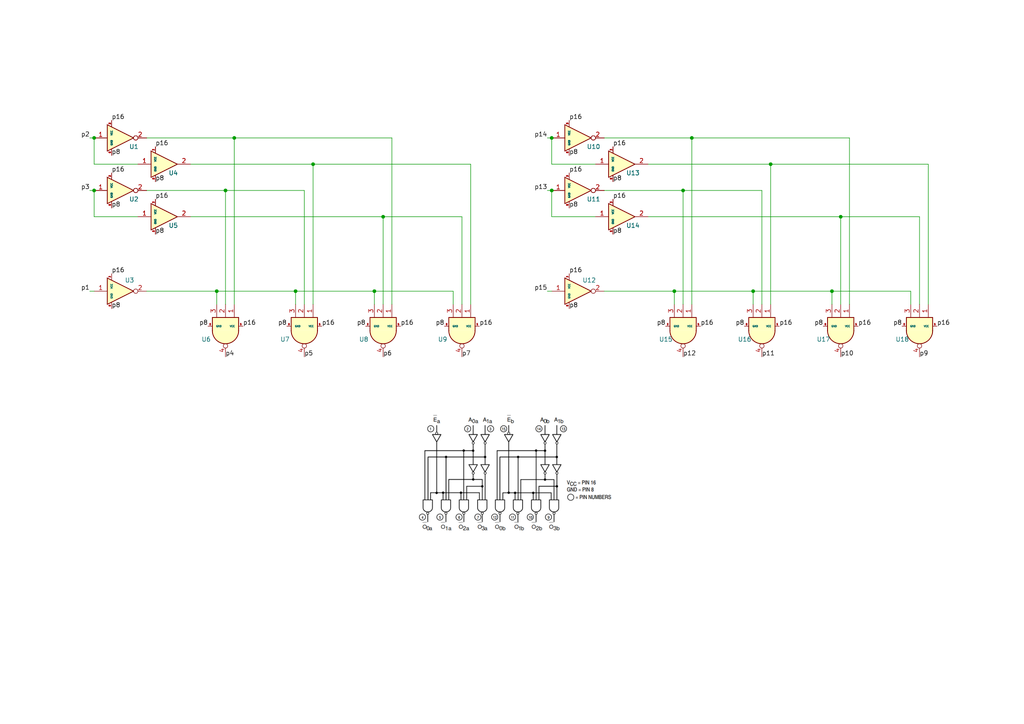
<source format=kicad_sch>
(kicad_sch (version 20231120) (generator "eeschema") (generator_version "8.0")
  (paper "A4")
  (lib_symbols
    (symbol "SimCad:BUF" (pin_names (offset 1.016))
      (property "Reference" "U" (at 2.54 5.08 0))
      (symbol "BUF_1_1"
        (polyline (pts (xy -1.27 3.81) (xy -1.27 -3.81) (xy 6.35 0) (xy -1.27 3.81)) (stroke (width 0.254)) (fill (type background)))
        (pin input line (at 0 -5.08 90) (length 1.8034) (name "GND") (number "0"))
        (pin input line (at -5.08 0 0) (length 3.81) (name "~") (number "1"))
        (pin output line (at 10.16 0 180) (length 3.81) (name "~") (number "2"))
        (pin input line (at 0 5.08 270) (length 1.8034) (name "VCC") (number "3"))
      )
    )
    (symbol "SimCad:INV" (pin_names (offset 1.016))
      (property "Reference" "U" (at 2.54 5.08 0))
      (symbol "INV_1_1"
        (polyline (pts (xy -1.27 3.81) (xy -1.27 -3.81) (xy 6.35 0) (xy -1.27 3.81)) (stroke (width 0.254)) (fill (type background)))
        (pin input line (at 0 -5.08 90) (length 1.8034) (name "GND") (number "0"))
        (pin input line (at -5.08 0 0) (length 3.81) (name "~") (number "1"))
        (pin output inverted (at 10.16 0 180) (length 3.81) (name "~") (number "2"))
        (pin input line (at 0 5.08 270) (length 1.8034) (name "VCC") (number "3"))
      )
    )
    (symbol "SimCad:NAND3" (pin_names (offset 1.016))
      (property "Reference" "U" (at 2.54 5.08 0))
      (symbol "NAND3_1_1"
        (polyline (pts (xy 1.27 3.81) (xy -2.54 3.81) (xy -2.54 -3.81) (xy 1.27 -3.81)) (stroke (width 0.254)) (fill (type background)))
        (arc (start 1.27 -3.81) (mid 5.08 0) (end 1.27 3.81) (stroke (width 0.254)) (fill (type background)))
        (pin input line (at 0 -5.08 90) (length 1.27) (name "GND") (number "0"))
        (pin input line (at -6.35 2.54 0) (length 3.81) (name "~") (number "1"))
        (pin input line (at -6.35 0 0) (length 3.81) (name "~") (number "2"))
        (pin input line (at -6.35 -2.54 0) (length 3.81) (name "~") (number "3"))
        (pin output inverted (at 8.89 0 180) (length 3.81) (name "~") (number "4"))
        (pin input line (at 0 5.08 270) (length 1.27) (name "VCC") (number "5"))
      )
    )
  )
  (junction (at 200.66 40.005))
  (junction (at 65.405 55.245))
  (junction (at 195.58 84.455))
  (junction (at 90.805 47.625))
  (junction (at 85.725 84.455))
  (junction (at 160.02 55.245))
  (junction (at 111.125 62.865))
  (junction (at 241.3 84.455))
  (junction (at 27.305 55.245))
  (junction (at 108.585 84.455))
  (junction (at 27.305 40.005))
  (junction (at 160.02 40.005))
  (junction (at 243.84 62.865))
  (junction (at 218.44 84.455))
  (junction (at 198.12 55.245))
  (junction (at 62.865 84.455))
  (junction (at 67.945 40.005))
  (junction (at 223.52 47.625))
  (wire (pts (xy 27.305 62.865) (xy 27.305 55.245)))
  (wire (pts (xy 187.96 47.625) (xy 223.52 47.625)))
  (wire (pts (xy 133.985 62.865) (xy 133.985 88.265)))
  (wire (pts (xy 40.005 47.625) (xy 27.305 47.625)))
  (wire (pts (xy 42.545 84.455) (xy 62.865 84.455)))
  (wire (pts (xy 175.26 84.455) (xy 195.58 84.455)))
  (wire (pts (xy 187.96 62.865) (xy 243.84 62.865)))
  (wire (pts (xy 136.525 47.625) (xy 136.525 88.265)))
  (wire (pts (xy 200.66 40.005) (xy 246.38 40.005)))
  (wire (pts (xy 111.125 62.865) (xy 133.985 62.865)))
  (wire (pts (xy 27.305 40.005) (xy 26.035 40.005)))
  (wire (pts (xy 243.84 62.865) (xy 266.7 62.865)))
  (wire (pts (xy 241.3 84.455) (xy 264.16 84.455)))
  (wire (pts (xy 62.865 84.455) (xy 85.725 84.455)))
  (wire (pts (xy 241.3 84.455) (xy 241.3 88.265)))
  (wire (pts (xy 160.02 62.865) (xy 160.02 55.245)))
  (wire (pts (xy 26.035 84.455) (xy 27.305 84.455)))
  (wire (pts (xy 160.02 40.005) (xy 158.75 40.005)))
  (wire (pts (xy 108.585 84.455) (xy 108.585 88.265)))
  (wire (pts (xy 246.38 40.005) (xy 246.38 88.265)))
  (wire (pts (xy 198.12 55.245) (xy 220.98 55.245)))
  (wire (pts (xy 175.26 40.005) (xy 200.66 40.005)))
  (wire (pts (xy 90.805 47.625) (xy 136.525 47.625)))
  (wire (pts (xy 223.52 47.625) (xy 269.24 47.625)))
  (wire (pts (xy 67.945 40.005) (xy 67.945 88.265)))
  (wire (pts (xy 111.125 62.865) (xy 111.125 88.265)))
  (wire (pts (xy 42.545 55.245) (xy 65.405 55.245)))
  (wire (pts (xy 158.75 84.455) (xy 160.02 84.455)))
  (wire (pts (xy 67.945 40.005) (xy 113.665 40.005)))
  (wire (pts (xy 223.52 47.625) (xy 223.52 88.265)))
  (wire (pts (xy 160.02 47.625) (xy 160.02 40.005)))
  (wire (pts (xy 62.865 88.265) (xy 62.865 84.455)))
  (wire (pts (xy 195.58 84.455) (xy 218.44 84.455)))
  (wire (pts (xy 55.245 47.625) (xy 90.805 47.625)))
  (wire (pts (xy 264.16 84.455) (xy 264.16 88.265)))
  (wire (pts (xy 108.585 84.455) (xy 131.445 84.455)))
  (wire (pts (xy 172.72 47.625) (xy 160.02 47.625)))
  (wire (pts (xy 218.44 84.455) (xy 241.3 84.455)))
  (wire (pts (xy 85.725 84.455) (xy 108.585 84.455)))
  (wire (pts (xy 175.26 55.245) (xy 198.12 55.245)))
  (wire (pts (xy 27.305 47.625) (xy 27.305 40.005)))
  (wire (pts (xy 85.725 84.455) (xy 85.725 88.265)))
  (wire (pts (xy 220.98 55.245) (xy 220.98 88.265)))
  (wire (pts (xy 266.7 62.865) (xy 266.7 88.265)))
  (wire (pts (xy 65.405 55.245) (xy 88.265 55.245)))
  (wire (pts (xy 243.84 62.865) (xy 243.84 88.265)))
  (wire (pts (xy 200.66 40.005) (xy 200.66 88.265)))
  (wire (pts (xy 195.58 88.265) (xy 195.58 84.455)))
  (wire (pts (xy 40.005 62.865) (xy 27.305 62.865)))
  (wire (pts (xy 131.445 84.455) (xy 131.445 88.265)))
  (wire (pts (xy 90.805 47.625) (xy 90.805 88.265)))
  (wire (pts (xy 172.72 62.865) (xy 160.02 62.865)))
  (wire (pts (xy 113.665 40.005) (xy 113.665 88.265)))
  (wire (pts (xy 55.245 62.865) (xy 111.125 62.865)))
  (wire (pts (xy 218.44 84.455) (xy 218.44 88.265)))
  (wire (pts (xy 88.265 55.245) (xy 88.265 88.265)))
  (wire (pts (xy 160.02 55.245) (xy 158.75 55.245)))
  (wire (pts (xy 42.545 40.005) (xy 67.945 40.005)))
  (wire (pts (xy 27.305 55.245) (xy 26.035 55.245)))
  (wire (pts (xy 65.405 55.245) (xy 65.405 88.265)))
  (wire (pts (xy 198.12 55.245) (xy 198.12 88.265)))
  (wire (pts (xy 269.24 47.625) (xy 269.24 88.265)))
  (image (at 149.225 137.16))
  (label "p8" (at 32.385 60.325 0))
  (label "p6" (at 111.125 103.505 0))
  (label "p8" (at 238.76 94.615 180))
  (label "p16" (at 93.345 94.615 0))
  (label "p9" (at 266.7 103.505 0))
  (label "p8" (at 32.385 45.085 0))
  (label "p16" (at 45.085 57.785 0))
  (label "p8" (at 83.185 94.615 180))
  (label "p16" (at 165.1 50.165 0))
  (label "p8" (at 45.085 67.945 0))
  (label "p16" (at 226.06 94.615 0))
  (label "p16" (at 45.085 42.545 0))
  (label "p16" (at 248.92 94.615 0))
  (label "p16" (at 271.78 94.615 0))
  (label "p8" (at 60.325 94.615 180))
  (label "p1" (at 26.035 84.455 180))
  (label "p8" (at 177.8 52.705 0))
  (label "p8" (at 106.045 94.615 180))
  (label "p16" (at 70.485 94.615 0))
  (label "p4" (at 65.405 103.505 0))
  (label "p8" (at 128.905 94.615 180))
  (label "p16" (at 165.1 34.925 0))
  (label "p16" (at 32.385 79.375 0))
  (label "p8" (at 32.385 89.535 0))
  (label "p8" (at 165.1 45.085 0))
  (label "p16" (at 32.385 34.925 0))
  (label "p16" (at 165.1 79.375 0))
  (label "p8" (at 177.8 67.945 0))
  (label "p5" (at 88.265 103.505 0))
  (label "p16" (at 116.205 94.615 0))
  (label "p8" (at 193.04 94.615 180))
  (label "p8" (at 165.1 89.535 0))
  (label "p16" (at 32.385 50.165 0))
  (label "p16" (at 177.8 57.785 0))
  (label "p10" (at 243.84 103.505 0))
  (label "p7" (at 133.985 103.505 0))
  (label "p16" (at 203.2 94.615 0))
  (label "p2" (at 26.035 40.005 180))
  (label "p16" (at 139.065 94.615 0))
  (label "p8" (at 165.1 60.325 0))
  (label "p12" (at 198.12 103.505 0))
  (label "p14" (at 158.75 40.005 180))
  (label "p3" (at 26.035 55.245 180))
  (label "p8" (at 45.085 52.705 0))
  (label "p8" (at 215.9 94.615 180))
  (label "p11" (at 220.98 103.505 0))
  (label "p8" (at 261.62 94.615 180))
  (label "p16" (at 177.8 42.545 0))
  (label "p13" (at 158.75 55.245 180))
  (label "p15" (at 158.75 84.455 180))
  (symbol (lib_id "SimCad:INV") (at 32.385 40.005 0) (unit 1)
    (property "Reference" "U1" (at 37.465 42.545 0) (effects (justify left)))
    (property "Value" "INV" (effects (hide yes)))
  )
  (symbol (lib_id "SimCad:BUF") (at 45.085 47.625 0) (unit 1)
    (property "Reference" "U4" (at 48.895 50.165 0) (effects (justify left)))
    (property "Value" "BUF" (effects (hide yes)))
  )
  (symbol (lib_id "SimCad:INV") (at 32.385 55.245 0) (unit 1)
    (property "Reference" "U2" (at 37.465 57.785 0) (effects (justify left)))
    (property "Value" "INV" (effects (hide yes)))
  )
  (symbol (lib_id "SimCad:BUF") (at 45.085 62.865 0) (unit 1)
    (property "Reference" "U5" (at 48.895 65.405 0) (effects (justify left)))
    (property "Value" "BUF" (effects (hide yes)))
  )
  (symbol (lib_id "SimCad:INV") (at 32.385 84.455 0) (unit 1)
    (property "Reference" "U3" (at 36.195 81.28 0) (effects (justify left)))
    (property "Value" "INV" (effects (hide yes)))
  )
  (symbol (lib_id "SimCad:NAND3") (at 65.405 94.615 270) (unit 1)
    (property "Reference" "U6" (at 58.42 98.425 90) (effects (justify left)))
    (property "Value" "NAND3" (effects (hide yes)))
  )
  (symbol (lib_id "SimCad:NAND3") (at 88.265 94.615 270) (unit 1)
    (property "Reference" "U7" (at 81.28 98.425 90) (effects (justify left)))
    (property "Value" "NAND3" (effects (hide yes)))
  )
  (symbol (lib_id "SimCad:NAND3") (at 111.125 94.615 270) (unit 1)
    (property "Reference" "U8" (at 104.14 98.425 90) (effects (justify left)))
    (property "Value" "NAND3" (effects (hide yes)))
  )
  (symbol (lib_id "SimCad:NAND3") (at 133.985 94.615 270) (unit 1)
    (property "Reference" "U9" (at 127 98.425 90) (effects (justify left)))
    (property "Value" "NAND3" (effects (hide yes)))
  )
  (symbol (lib_id "SimCad:INV") (at 165.1 40.005 0) (unit 1)
    (property "Reference" "U10" (at 170.18 42.545 0) (effects (justify left)))
    (property "Value" "INV" (effects (hide yes)))
  )
  (symbol (lib_id "SimCad:BUF") (at 177.8 47.625 0) (unit 1)
    (property "Reference" "U13" (at 181.61 50.165 0) (effects (justify left)))
    (property "Value" "BUF" (effects (hide yes)))
  )
  (symbol (lib_id "SimCad:INV") (at 165.1 55.245 0) (unit 1)
    (property "Reference" "U11" (at 170.18 57.785 0) (effects (justify left)))
    (property "Value" "INV" (effects (hide yes)))
  )
  (symbol (lib_id "SimCad:BUF") (at 177.8 62.865 0) (unit 1)
    (property "Reference" "U14" (at 181.61 65.405 0) (effects (justify left)))
    (property "Value" "BUF" (effects (hide yes)))
  )
  (symbol (lib_id "SimCad:INV") (at 165.1 84.455 0) (unit 1)
    (property "Reference" "U12" (at 168.91 81.28 0) (effects (justify left)))
    (property "Value" "INV" (effects (hide yes)))
  )
  (symbol (lib_id "SimCad:NAND3") (at 266.7 94.615 270) (unit 1)
    (property "Reference" "U18" (at 259.715 98.425 90) (effects (justify left)))
    (property "Value" "NAND3" (effects (hide yes)))
  )
  (symbol (lib_id "SimCad:NAND3") (at 243.84 94.615 270) (unit 1)
    (property "Reference" "U17" (at 236.855 98.425 90) (effects (justify left)))
    (property "Value" "NAND3" (effects (hide yes)))
  )
  (symbol (lib_id "SimCad:NAND3") (at 220.98 94.615 270) (unit 1)
    (property "Reference" "U16" (at 213.995 98.425 90) (effects (justify left)))
    (property "Value" "NAND3" (effects (hide yes)))
  )
  (symbol (lib_id "SimCad:NAND3") (at 198.12 94.615 270) (unit 1)
    (property "Reference" "U15" (at 191.135 98.425 90) (effects (justify left)))
    (property "Value" "NAND3" (effects (hide yes)))
  )
)
</source>
